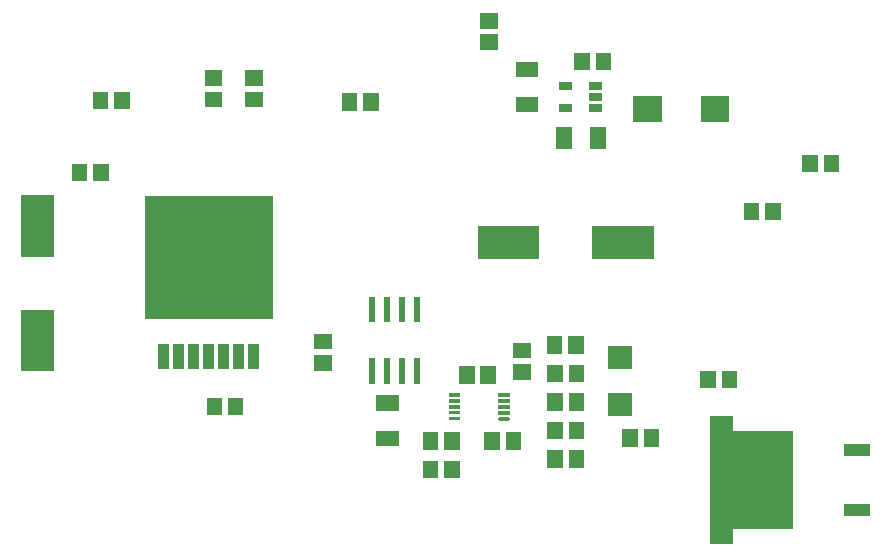
<source format=gbr>
G04 start of page 11 for group -4015 idx -4015 *
G04 Title: RspPiPS, toppaste *
G04 Creator: pcb 4.2.0 *
G04 CreationDate: Mon Jan 27 09:10:50 2020 UTC *
G04 For: brian *
G04 Format: Gerber/RS-274X *
G04 PCB-Dimensions (mil): 10000.00 10000.00 *
G04 PCB-Coordinate-Origin: lower left *
%MOIN*%
%FSLAX25Y25*%
%LNTOPPASTE*%
%ADD95C,0.0120*%
%ADD94C,0.0001*%
G54D94*G36*
X222800Y636450D02*X219200D01*
Y627950D01*
X222800D01*
Y636450D01*
G37*
G36*
X227800D02*X224200D01*
Y627950D01*
X227800D01*
Y636450D01*
G37*
G36*
X232800D02*X229200D01*
Y627950D01*
X232800D01*
Y636450D01*
G37*
G36*
X237800D02*X234200D01*
Y627950D01*
X237800D01*
Y636450D01*
G37*
G36*
X242800D02*X239200D01*
Y627950D01*
X242800D01*
Y636450D01*
G37*
G36*
X247800D02*X244200D01*
Y627950D01*
X247800D01*
Y636450D01*
G37*
G36*
X252800D02*X249200D01*
Y627950D01*
X252800D01*
Y636450D01*
G37*
G36*
X214750Y685500D02*Y644500D01*
X257250D01*
Y685500D01*
X214750D01*
G37*
G36*
X362800Y716400D02*Y713600D01*
X367200D01*
Y716400D01*
X362800D01*
G37*
G36*
Y720100D02*Y717300D01*
X367200D01*
Y720100D01*
X362800D01*
G37*
G36*
Y723800D02*Y721000D01*
X367200D01*
Y723800D01*
X362800D01*
G37*
G36*
X352600D02*Y721000D01*
X357000D01*
Y723800D01*
X352600D01*
G37*
G36*
Y716400D02*Y713600D01*
X357000D01*
Y716400D01*
X352600D01*
G37*
G36*
X363858Y675512D02*Y664488D01*
X384331D01*
Y675512D01*
X363858D01*
G37*
G36*
X325669D02*Y664488D01*
X346142D01*
Y675512D01*
X325669D01*
G37*
G36*
X291543Y631549D02*X289543D01*
Y623049D01*
X291543D01*
Y631549D01*
G37*
G36*
X296543D02*X294543D01*
Y623049D01*
X296543D01*
Y631549D01*
G37*
G36*
X301543D02*X299543D01*
Y623049D01*
X301543D01*
Y631549D01*
G37*
G36*
X306543D02*X304543D01*
Y623049D01*
X306543D01*
Y631549D01*
G37*
G36*
Y652049D02*X304543D01*
Y643549D01*
X306543D01*
Y652049D01*
G37*
G36*
X301543D02*X299543D01*
Y643549D01*
X301543D01*
Y652049D01*
G37*
G36*
X296543D02*X294543D01*
Y643549D01*
X296543D01*
Y652049D01*
G37*
G36*
X291543D02*X289543D01*
Y643549D01*
X291543D01*
Y652049D01*
G37*
G36*
X312516Y606952D02*X307398D01*
Y601048D01*
X312516D01*
Y606952D01*
G37*
G36*
X319602D02*X314484D01*
Y601048D01*
X319602D01*
Y606952D01*
G37*
G36*
X271048Y639688D02*Y634570D01*
X276952D01*
Y639688D01*
X271048D01*
G37*
G36*
Y632602D02*Y627484D01*
X276952D01*
Y632602D01*
X271048D01*
G37*
G36*
X447875Y583100D02*Y578900D01*
X456375D01*
Y583100D01*
X447875D01*
G37*
G36*
Y603100D02*Y598900D01*
X456375D01*
Y603100D01*
X447875D01*
G37*
G36*
X430700Y607400D02*X409700D01*
Y574600D01*
X430700D01*
Y607400D01*
G37*
G36*
X410700Y612250D02*X403200D01*
Y569750D01*
X410700D01*
Y612250D01*
G37*
G36*
X202602Y696452D02*X197484D01*
Y690548D01*
X202602D01*
Y696452D01*
G37*
G36*
X195516D02*X190398D01*
Y690548D01*
X195516D01*
Y696452D01*
G37*
G36*
X368268Y708543D02*X362992D01*
Y701457D01*
X368268D01*
Y708543D01*
G37*
G36*
X357008D02*X351732D01*
Y701457D01*
X357008D01*
Y708543D01*
G37*
G36*
X370102Y733452D02*X364984D01*
Y727548D01*
X370102D01*
Y733452D01*
G37*
G36*
X363016D02*X357898D01*
Y727548D01*
X363016D01*
Y733452D01*
G37*
G36*
X326548Y739516D02*Y734398D01*
X332452D01*
Y739516D01*
X326548D01*
G37*
G36*
Y746602D02*Y741484D01*
X332452D01*
Y746602D01*
X326548D01*
G37*
G36*
X379016Y607952D02*X373898D01*
Y602048D01*
X379016D01*
Y607952D01*
G37*
G36*
X386102D02*X380984D01*
Y602048D01*
X386102D01*
Y607952D01*
G37*
G36*
X291772Y607418D02*Y602300D01*
X299252D01*
Y607418D01*
X291772D01*
G37*
G36*
Y619228D02*Y614110D01*
X299252D01*
Y619228D01*
X291772D01*
G37*
G54D95*X333123Y611412D02*X335723D01*
G54D94*G36*
X332523Y614012D02*Y612812D01*
X336323D01*
Y614012D01*
X332523D01*
G37*
G36*
Y616012D02*Y614812D01*
X336323D01*
Y616012D01*
X332523D01*
G37*
G36*
Y617912D02*Y616712D01*
X336323D01*
Y617912D01*
X332523D01*
G37*
G36*
Y619912D02*Y618712D01*
X336323D01*
Y619912D01*
X332523D01*
G37*
G36*
X316023Y620012D02*Y618812D01*
X319823D01*
Y620012D01*
X316023D01*
G37*
G36*
Y618012D02*Y616812D01*
X319823D01*
Y618012D01*
X316023D01*
G37*
G36*
Y616012D02*Y614812D01*
X319823D01*
Y616012D01*
X316023D01*
G37*
G36*
Y614112D02*Y612912D01*
X319823D01*
Y614112D01*
X316023D01*
G37*
G36*
Y612112D02*Y610912D01*
X319823D01*
Y612112D01*
X316023D01*
G37*
G36*
X324602Y628952D02*X319484D01*
Y623048D01*
X324602D01*
Y628952D01*
G37*
G36*
X331688D02*X326570D01*
Y623048D01*
X331688D01*
Y628952D01*
G37*
G36*
X369050Y620100D02*Y612200D01*
X376950D01*
Y620100D01*
X369050D01*
G37*
G36*
Y635800D02*Y627900D01*
X376950D01*
Y635800D01*
X369050D01*
G37*
G36*
X377555Y718831D02*Y710169D01*
X387004D01*
Y718831D01*
X377555D01*
G37*
G36*
X399996D02*Y710169D01*
X409445D01*
Y718831D01*
X399996D01*
G37*
G36*
X361102Y600952D02*X355984D01*
Y595048D01*
X361102D01*
Y600952D01*
G37*
G36*
X354016D02*X348898D01*
Y595048D01*
X354016D01*
Y600952D01*
G37*
G36*
X361102Y610452D02*X355984D01*
Y604548D01*
X361102D01*
Y610452D01*
G37*
G36*
X354016D02*X348898D01*
Y604548D01*
X354016D01*
Y610452D01*
G37*
G36*
X361102Y629452D02*X355984D01*
Y623548D01*
X361102D01*
Y629452D01*
G37*
G36*
X354016D02*X348898D01*
Y623548D01*
X354016D01*
Y629452D01*
G37*
G36*
X361102Y619952D02*X355984D01*
Y614048D01*
X361102D01*
Y619952D01*
G37*
G36*
X354016D02*X348898D01*
Y614048D01*
X354016D01*
Y619952D01*
G37*
G36*
X312516Y597452D02*X307398D01*
Y591548D01*
X312516D01*
Y597452D01*
G37*
G36*
X319602D02*X314484D01*
Y591548D01*
X319602D01*
Y597452D01*
G37*
G36*
X338260Y730464D02*Y725346D01*
X345740D01*
Y730464D01*
X338260D01*
G37*
G36*
Y718654D02*Y713536D01*
X345740D01*
Y718654D01*
X338260D01*
G37*
G36*
X184512Y647642D02*X173488D01*
Y627169D01*
X184512D01*
Y647642D01*
G37*
G36*
Y685831D02*X173488D01*
Y665358D01*
X184512D01*
Y685831D01*
G37*
G36*
X340102Y606952D02*X334984D01*
Y601048D01*
X340102D01*
Y606952D01*
G37*
G36*
X333016D02*X327898D01*
Y601048D01*
X333016D01*
Y606952D01*
G37*
G36*
X337505Y636645D02*Y631527D01*
X343409D01*
Y636645D01*
X337505D01*
G37*
G36*
Y629559D02*Y624441D01*
X343409D01*
Y629559D01*
X337505D01*
G37*
G36*
X353866Y638952D02*X348748D01*
Y633048D01*
X353866D01*
Y638952D01*
G37*
G36*
X360952D02*X355834D01*
Y633048D01*
X360952D01*
Y638952D01*
G37*
G36*
X247559Y618452D02*X242441D01*
Y612548D01*
X247559D01*
Y618452D01*
G37*
G36*
X240473D02*X235355D01*
Y612548D01*
X240473D01*
Y618452D01*
G37*
G36*
X234591Y720473D02*Y715355D01*
X240495D01*
Y720473D01*
X234591D01*
G37*
G36*
Y727559D02*Y722441D01*
X240495D01*
Y727559D01*
X234591D01*
G37*
G36*
X419516Y683452D02*X414398D01*
Y677548D01*
X419516D01*
Y683452D01*
G37*
G36*
X426602D02*X421484D01*
Y677548D01*
X426602D01*
Y683452D01*
G37*
G36*
X438973Y699452D02*X433855D01*
Y693548D01*
X438973D01*
Y699452D01*
G37*
G36*
X446059D02*X440941D01*
Y693548D01*
X446059D01*
Y699452D01*
G37*
G36*
X405016Y627452D02*X399898D01*
Y621548D01*
X405016D01*
Y627452D01*
G37*
G36*
X412102D02*X406984D01*
Y621548D01*
X412102D01*
Y627452D01*
G37*
G36*
X209645Y720452D02*X204527D01*
Y714548D01*
X209645D01*
Y720452D01*
G37*
G36*
X202559D02*X197441D01*
Y714548D01*
X202559D01*
Y720452D01*
G37*
G36*
X285516Y719952D02*X280398D01*
Y714048D01*
X285516D01*
Y719952D01*
G37*
G36*
X292602D02*X287484D01*
Y714048D01*
X292602D01*
Y719952D01*
G37*
G36*
X248048Y720473D02*Y715355D01*
X253952D01*
Y720473D01*
X248048D01*
G37*
G36*
Y727559D02*Y722441D01*
X253952D01*
Y727559D01*
X248048D01*
G37*
M02*

</source>
